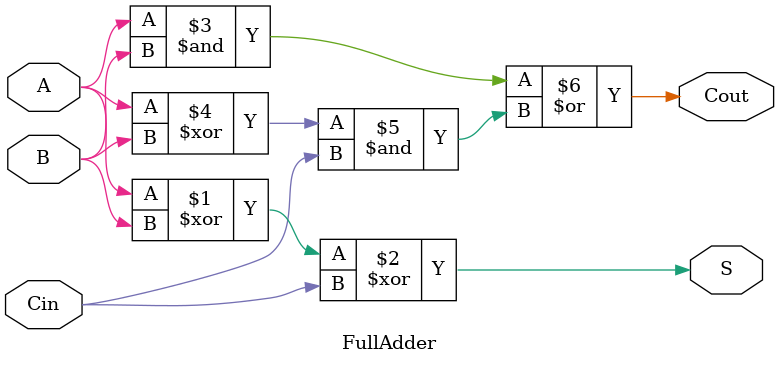
<source format=v>
`timescale 1ns / 1ps


module FullAdder(
    input A,
    input B,
    input Cin,
    output Cout,
    output S
    );
    
    assign S = A ^ B ^ Cin;
    assign Cout = (A & B) | ((A ^ B) & Cin);
endmodule

</source>
